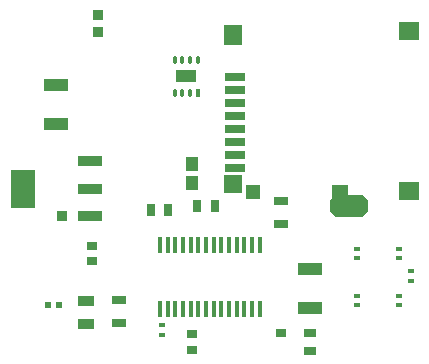
<source format=gbr>
%TF.GenerationSoftware,Altium Limited,Altium Designer,23.4.1 (23)*%
G04 Layer_Color=128*
%FSLAX45Y45*%
%MOMM*%
%TF.SameCoordinates,4A4EADC6-D63E-4973-9290-F54A389017C5*%
%TF.FilePolarity,Positive*%
%TF.FileFunction,Paste,Bot*%
%TF.Part,Single*%
G01*
G75*
%TA.AperFunction,SMDPad,CuDef*%
G04:AMPARAMS|DCode=18|XSize=0.73107mm|YSize=0.30247mm|CornerRadius=0.15124mm|HoleSize=0mm|Usage=FLASHONLY|Rotation=90.000|XOffset=0mm|YOffset=0mm|HoleType=Round|Shape=RoundedRectangle|*
%AMROUNDEDRECTD18*
21,1,0.73107,0.00000,0,0,90.0*
21,1,0.42859,0.30247,0,0,90.0*
1,1,0.30247,0.00000,0.21430*
1,1,0.30247,0.00000,-0.21430*
1,1,0.30247,0.00000,-0.21430*
1,1,0.30247,0.00000,0.21430*
%
%ADD18ROUNDEDRECTD18*%
%ADD21R,0.95000X0.80000*%
%ADD22R,0.50000X0.40000*%
%ADD33R,1.01213X1.20840*%
%ADD35R,0.75000X1.00000*%
%ADD45R,0.30247X0.73107*%
%ADD46R,0.95000X0.85000*%
%ADD49R,0.85000X0.70000*%
%ADD56R,1.70000X1.50000*%
%ADD57R,1.50000X1.70000*%
G04:AMPARAMS|DCode=58|XSize=1.9mm|YSize=3.2mm|CornerRadius=0mm|HoleSize=0mm|Usage=FLASHONLY|Rotation=90.000|XOffset=0mm|YOffset=0mm|HoleType=Round|Shape=Octagon|*
%AMOCTAGOND58*
4,1,8,-1.60000,-0.47500,-1.60000,0.47500,-1.12500,0.95000,1.12500,0.95000,1.60000,0.47500,1.60000,-0.47500,1.12500,-0.95000,-1.12500,-0.95000,-1.60000,-0.47500,0.0*
%
%ADD58OCTAGOND58*%

%ADD59R,1.68000X0.80000*%
%ADD60R,1.50000X1.60000*%
%ADD61R,0.38000X1.40000*%
%ADD62R,0.91213X0.95872*%
%ADD63R,2.05000X1.10000*%
%ADD64R,2.10000X0.90000*%
%ADD65R,1.30000X0.70000*%
%ADD66R,1.45000X0.95000*%
%ADD67R,1.40000X1.29000*%
%ADD68R,1.30000X1.29000*%
%ADD69R,0.56818X0.57247*%
%ADD70R,2.10000X3.20000*%
%ADD71R,1.00000X0.75000*%
%TA.AperFunction,NonConductor*%
%ADD112R,1.75001X1.00000*%
D18*
X1917503Y2789053D02*
D03*
X1852499Y2510948D02*
D03*
X2047500Y2789053D02*
D03*
X1982501D02*
D03*
X1852499D02*
D03*
X1917503Y2510948D02*
D03*
X1982501D02*
D03*
D21*
X1999997Y334997D02*
D03*
Y464999D02*
D03*
D22*
X3750001Y1190001D02*
D03*
X3850001Y999999D02*
D03*
X3750001Y789997D02*
D03*
X3399999Y790002D02*
D03*
Y1190001D02*
D03*
Y1110001D02*
D03*
Y710002D02*
D03*
X1743650Y542504D02*
D03*
Y462505D02*
D03*
X3850001Y919999D02*
D03*
X3750001Y1110001D02*
D03*
Y709997D02*
D03*
D33*
X2000002Y1910376D02*
D03*
Y1750000D02*
D03*
D35*
X2044442Y1548923D02*
D03*
X2194439D02*
D03*
X1648415Y1518256D02*
D03*
X1798418D02*
D03*
D45*
X2047500Y2510948D02*
D03*
D46*
X899999Y1467501D02*
D03*
D49*
X1150001Y1087502D02*
D03*
Y1212500D02*
D03*
X2749998Y474996D02*
D03*
D56*
X3835000Y3030003D02*
D03*
Y1680003D02*
D03*
D57*
X2349999Y3000000D02*
D03*
D58*
X3330002Y1550000D02*
D03*
D59*
X2359001Y2095003D02*
D03*
Y1875004D02*
D03*
Y1985001D02*
D03*
Y2205000D02*
D03*
Y2315003D02*
D03*
Y2425000D02*
D03*
Y2535002D02*
D03*
Y2645000D02*
D03*
D60*
X2349999Y1734003D02*
D03*
D61*
X2247505Y1218002D02*
D03*
X1987505D02*
D03*
X2052504D02*
D03*
X2572503Y682001D02*
D03*
X2507504D02*
D03*
X1792504D02*
D03*
X1727506D02*
D03*
Y1218002D02*
D03*
X1792504D02*
D03*
X2507504D02*
D03*
X2572503D02*
D03*
X2442506D02*
D03*
X2377507D02*
D03*
X2312503D02*
D03*
X2182506D02*
D03*
X2117502D02*
D03*
X1922507D02*
D03*
X1857503D02*
D03*
Y682001D02*
D03*
X1922507D02*
D03*
X1987505D02*
D03*
X2052504D02*
D03*
X2117502D02*
D03*
X2182506D02*
D03*
X2247505D02*
D03*
X2312503D02*
D03*
X2377507D02*
D03*
X2442506D02*
D03*
D62*
X1200004Y3172674D02*
D03*
Y3027336D02*
D03*
D63*
X850002Y2580001D02*
D03*
Y2249999D02*
D03*
X3000000Y1014995D02*
D03*
Y684998D02*
D03*
D64*
X1135000Y1930000D02*
D03*
Y1699998D02*
D03*
Y1470001D02*
D03*
D65*
X1379983Y755016D02*
D03*
Y565019D02*
D03*
X2749998Y1590000D02*
D03*
Y1399998D02*
D03*
D66*
X1099999Y552502D02*
D03*
Y747503D02*
D03*
D67*
X3254996Y1669502D02*
D03*
D68*
X2514997D02*
D03*
D69*
X779786Y710820D02*
D03*
X870220D02*
D03*
D70*
X564999Y1699998D02*
D03*
D71*
X3000000Y475001D02*
D03*
Y324999D02*
D03*
D112*
X1950002Y2650001D02*
D03*
%TF.MD5,67bc2ef21e5010859bf5ee4c8b57ff78*%
M02*

</source>
